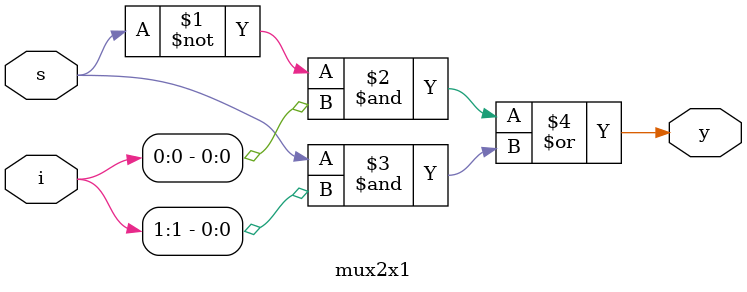
<source format=v>
module mux2x1_tb();
reg[1:0]i;
reg s;
wire y;
mux2x1 dut(i,s,y);

initial begin
s=1'b0;
i=2'b00;
end
always #50 s=s+1'b1;
always #50 i=i+2'b01;
endmodule

module mux2x1(s,i,y);
input [1:0]i;
input s;
output y;
assign y=(~s&i[0])|(s&i[1]);
endmodule

</source>
